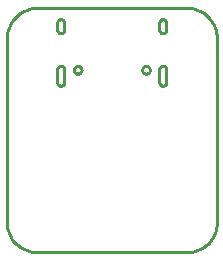
<source format=gbr>
G04 EAGLE Gerber RS-274X export*
G75*
%MOMM*%
%FSLAX34Y34*%
%LPD*%
%IN*%
%IPPOS*%
%AMOC8*
5,1,8,0,0,1.08239X$1,22.5*%
G01*
%ADD10C,0.254000*%


D10*
X0Y25400D02*
X97Y23186D01*
X386Y20989D01*
X865Y18826D01*
X1532Y16713D01*
X2380Y14666D01*
X3403Y12700D01*
X4594Y10831D01*
X5942Y9073D01*
X7440Y7440D01*
X9073Y5942D01*
X10831Y4594D01*
X12700Y3403D01*
X14666Y2380D01*
X16713Y1532D01*
X18826Y865D01*
X20989Y386D01*
X23186Y97D01*
X25400Y0D01*
X152400Y0D01*
X154614Y97D01*
X156811Y386D01*
X158974Y865D01*
X161087Y1532D01*
X163135Y2380D01*
X165100Y3403D01*
X166969Y4594D01*
X168727Y5942D01*
X170361Y7440D01*
X171858Y9073D01*
X173206Y10831D01*
X174397Y12700D01*
X175420Y14666D01*
X176268Y16713D01*
X176935Y18826D01*
X177414Y20989D01*
X177703Y23186D01*
X177800Y25400D01*
X177800Y181610D01*
X177703Y183824D01*
X177414Y186021D01*
X176935Y188184D01*
X176268Y190297D01*
X175420Y192345D01*
X174397Y194310D01*
X173206Y196179D01*
X171858Y197937D01*
X170361Y199571D01*
X168727Y201068D01*
X166969Y202416D01*
X165100Y203607D01*
X163135Y204630D01*
X161087Y205478D01*
X158974Y206145D01*
X156811Y206624D01*
X154614Y206913D01*
X152400Y207010D01*
X25400Y207010D01*
X23186Y206913D01*
X20989Y206624D01*
X18826Y206145D01*
X16713Y205478D01*
X14666Y204630D01*
X12700Y203607D01*
X10831Y202416D01*
X9073Y201068D01*
X7440Y199571D01*
X5942Y197937D01*
X4594Y196179D01*
X3403Y194310D01*
X2380Y192345D01*
X1532Y190297D01*
X865Y188184D01*
X386Y186021D01*
X97Y183824D01*
X0Y181610D01*
X0Y25400D01*
X129100Y143997D02*
X129111Y143736D01*
X129146Y143476D01*
X129202Y143221D01*
X129281Y142971D01*
X129381Y142729D01*
X129502Y142497D01*
X129643Y142276D01*
X129802Y142069D01*
X129979Y141876D01*
X130172Y141699D01*
X130379Y141540D01*
X130600Y141399D01*
X130832Y141278D01*
X131074Y141178D01*
X131324Y141099D01*
X131579Y141043D01*
X131839Y141008D01*
X132100Y140997D01*
X132361Y141008D01*
X132621Y141043D01*
X132876Y141099D01*
X133126Y141178D01*
X133368Y141278D01*
X133600Y141399D01*
X133821Y141540D01*
X134028Y141699D01*
X134221Y141876D01*
X134398Y142069D01*
X134557Y142276D01*
X134698Y142497D01*
X134819Y142729D01*
X134919Y142971D01*
X134998Y143221D01*
X135054Y143476D01*
X135089Y143736D01*
X135100Y143997D01*
X135100Y154997D01*
X135089Y155258D01*
X135054Y155518D01*
X134998Y155773D01*
X134919Y156023D01*
X134819Y156265D01*
X134698Y156497D01*
X134557Y156718D01*
X134398Y156925D01*
X134221Y157118D01*
X134028Y157295D01*
X133821Y157454D01*
X133600Y157595D01*
X133368Y157716D01*
X133126Y157816D01*
X132876Y157895D01*
X132621Y157951D01*
X132361Y157986D01*
X132100Y157997D01*
X131839Y157986D01*
X131579Y157951D01*
X131324Y157895D01*
X131074Y157816D01*
X130832Y157716D01*
X130600Y157595D01*
X130379Y157454D01*
X130172Y157295D01*
X129979Y157118D01*
X129802Y156925D01*
X129643Y156718D01*
X129502Y156497D01*
X129381Y156265D01*
X129281Y156023D01*
X129202Y155773D01*
X129146Y155518D01*
X129111Y155258D01*
X129100Y154997D01*
X129100Y143997D01*
X42700Y143997D02*
X42711Y143736D01*
X42746Y143476D01*
X42802Y143221D01*
X42881Y142971D01*
X42981Y142729D01*
X43102Y142497D01*
X43243Y142276D01*
X43402Y142069D01*
X43579Y141876D01*
X43772Y141699D01*
X43979Y141540D01*
X44200Y141399D01*
X44432Y141278D01*
X44674Y141178D01*
X44924Y141099D01*
X45179Y141043D01*
X45439Y141008D01*
X45700Y140997D01*
X45961Y141008D01*
X46221Y141043D01*
X46476Y141099D01*
X46726Y141178D01*
X46968Y141278D01*
X47200Y141399D01*
X47421Y141540D01*
X47628Y141699D01*
X47821Y141876D01*
X47998Y142069D01*
X48157Y142276D01*
X48298Y142497D01*
X48419Y142729D01*
X48519Y142971D01*
X48598Y143221D01*
X48654Y143476D01*
X48689Y143736D01*
X48700Y143997D01*
X48700Y154997D01*
X48689Y155258D01*
X48654Y155518D01*
X48598Y155773D01*
X48519Y156023D01*
X48419Y156265D01*
X48298Y156497D01*
X48157Y156718D01*
X47998Y156925D01*
X47821Y157118D01*
X47628Y157295D01*
X47421Y157454D01*
X47200Y157595D01*
X46968Y157716D01*
X46726Y157816D01*
X46476Y157895D01*
X46221Y157951D01*
X45961Y157986D01*
X45700Y157997D01*
X45439Y157986D01*
X45179Y157951D01*
X44924Y157895D01*
X44674Y157816D01*
X44432Y157716D01*
X44200Y157595D01*
X43979Y157454D01*
X43772Y157295D01*
X43579Y157118D01*
X43402Y156925D01*
X43243Y156718D01*
X43102Y156497D01*
X42981Y156265D01*
X42881Y156023D01*
X42802Y155773D01*
X42746Y155518D01*
X42711Y155258D01*
X42700Y154997D01*
X42700Y143997D01*
X42700Y188297D02*
X42711Y188036D01*
X42746Y187776D01*
X42802Y187521D01*
X42881Y187271D01*
X42981Y187029D01*
X43102Y186797D01*
X43243Y186576D01*
X43402Y186369D01*
X43579Y186176D01*
X43772Y185999D01*
X43979Y185840D01*
X44200Y185699D01*
X44432Y185578D01*
X44674Y185478D01*
X44924Y185399D01*
X45179Y185343D01*
X45439Y185308D01*
X45700Y185297D01*
X45961Y185308D01*
X46221Y185343D01*
X46476Y185399D01*
X46726Y185478D01*
X46968Y185578D01*
X47200Y185699D01*
X47421Y185840D01*
X47628Y185999D01*
X47821Y186176D01*
X47998Y186369D01*
X48157Y186576D01*
X48298Y186797D01*
X48419Y187029D01*
X48519Y187271D01*
X48598Y187521D01*
X48654Y187776D01*
X48689Y188036D01*
X48700Y188297D01*
X48700Y194297D01*
X48689Y194558D01*
X48654Y194818D01*
X48598Y195073D01*
X48519Y195323D01*
X48419Y195565D01*
X48298Y195797D01*
X48157Y196018D01*
X47998Y196225D01*
X47821Y196418D01*
X47628Y196595D01*
X47421Y196754D01*
X47200Y196895D01*
X46968Y197016D01*
X46726Y197116D01*
X46476Y197195D01*
X46221Y197251D01*
X45961Y197286D01*
X45700Y197297D01*
X45439Y197286D01*
X45179Y197251D01*
X44924Y197195D01*
X44674Y197116D01*
X44432Y197016D01*
X44200Y196895D01*
X43979Y196754D01*
X43772Y196595D01*
X43579Y196418D01*
X43402Y196225D01*
X43243Y196018D01*
X43102Y195797D01*
X42981Y195565D01*
X42881Y195323D01*
X42802Y195073D01*
X42746Y194818D01*
X42711Y194558D01*
X42700Y194297D01*
X42700Y188297D01*
X129100Y188297D02*
X129111Y188036D01*
X129146Y187776D01*
X129202Y187521D01*
X129281Y187271D01*
X129381Y187029D01*
X129502Y186797D01*
X129643Y186576D01*
X129802Y186369D01*
X129979Y186176D01*
X130172Y185999D01*
X130379Y185840D01*
X130600Y185699D01*
X130832Y185578D01*
X131074Y185478D01*
X131324Y185399D01*
X131579Y185343D01*
X131839Y185308D01*
X132100Y185297D01*
X132361Y185308D01*
X132621Y185343D01*
X132876Y185399D01*
X133126Y185478D01*
X133368Y185578D01*
X133600Y185699D01*
X133821Y185840D01*
X134028Y185999D01*
X134221Y186176D01*
X134398Y186369D01*
X134557Y186576D01*
X134698Y186797D01*
X134819Y187029D01*
X134919Y187271D01*
X134998Y187521D01*
X135054Y187776D01*
X135089Y188036D01*
X135100Y188297D01*
X135100Y194297D01*
X135089Y194558D01*
X135054Y194818D01*
X134998Y195073D01*
X134919Y195323D01*
X134819Y195565D01*
X134698Y195797D01*
X134557Y196018D01*
X134398Y196225D01*
X134221Y196418D01*
X134028Y196595D01*
X133821Y196754D01*
X133600Y196895D01*
X133368Y197016D01*
X133126Y197116D01*
X132876Y197195D01*
X132621Y197251D01*
X132361Y197286D01*
X132100Y197297D01*
X131839Y197286D01*
X131579Y197251D01*
X131324Y197195D01*
X131074Y197116D01*
X130832Y197016D01*
X130600Y196895D01*
X130379Y196754D01*
X130172Y196595D01*
X129979Y196418D01*
X129802Y196225D01*
X129643Y196018D01*
X129502Y195797D01*
X129381Y195565D01*
X129281Y195323D01*
X129202Y195073D01*
X129146Y194818D01*
X129111Y194558D01*
X129100Y194297D01*
X129100Y188297D01*
X56750Y154710D02*
X56806Y155132D01*
X56916Y155544D01*
X57079Y155938D01*
X57292Y156306D01*
X57551Y156644D01*
X57853Y156946D01*
X58191Y157205D01*
X58559Y157418D01*
X58953Y157581D01*
X59365Y157691D01*
X59787Y157747D01*
X60213Y157747D01*
X60635Y157691D01*
X61047Y157581D01*
X61441Y157418D01*
X61809Y157205D01*
X62147Y156946D01*
X62449Y156644D01*
X62708Y156306D01*
X62921Y155938D01*
X63084Y155544D01*
X63194Y155132D01*
X63250Y154710D01*
X63250Y154284D01*
X63194Y153862D01*
X63084Y153450D01*
X62921Y153056D01*
X62708Y152688D01*
X62449Y152350D01*
X62147Y152048D01*
X61809Y151789D01*
X61441Y151576D01*
X61047Y151413D01*
X60635Y151303D01*
X60213Y151247D01*
X59787Y151247D01*
X59365Y151303D01*
X58953Y151413D01*
X58559Y151576D01*
X58191Y151789D01*
X57853Y152048D01*
X57551Y152350D01*
X57292Y152688D01*
X57079Y153056D01*
X56916Y153450D01*
X56806Y153862D01*
X56750Y154284D01*
X56750Y154710D01*
X114550Y154710D02*
X114606Y155132D01*
X114716Y155544D01*
X114879Y155938D01*
X115092Y156306D01*
X115351Y156644D01*
X115653Y156946D01*
X115991Y157205D01*
X116359Y157418D01*
X116753Y157581D01*
X117165Y157691D01*
X117587Y157747D01*
X118013Y157747D01*
X118435Y157691D01*
X118847Y157581D01*
X119241Y157418D01*
X119609Y157205D01*
X119947Y156946D01*
X120249Y156644D01*
X120508Y156306D01*
X120721Y155938D01*
X120884Y155544D01*
X120994Y155132D01*
X121050Y154710D01*
X121050Y154284D01*
X120994Y153862D01*
X120884Y153450D01*
X120721Y153056D01*
X120508Y152688D01*
X120249Y152350D01*
X119947Y152048D01*
X119609Y151789D01*
X119241Y151576D01*
X118847Y151413D01*
X118435Y151303D01*
X118013Y151247D01*
X117587Y151247D01*
X117165Y151303D01*
X116753Y151413D01*
X116359Y151576D01*
X115991Y151789D01*
X115653Y152048D01*
X115351Y152350D01*
X115092Y152688D01*
X114879Y153056D01*
X114716Y153450D01*
X114606Y153862D01*
X114550Y154284D01*
X114550Y154710D01*
M02*

</source>
